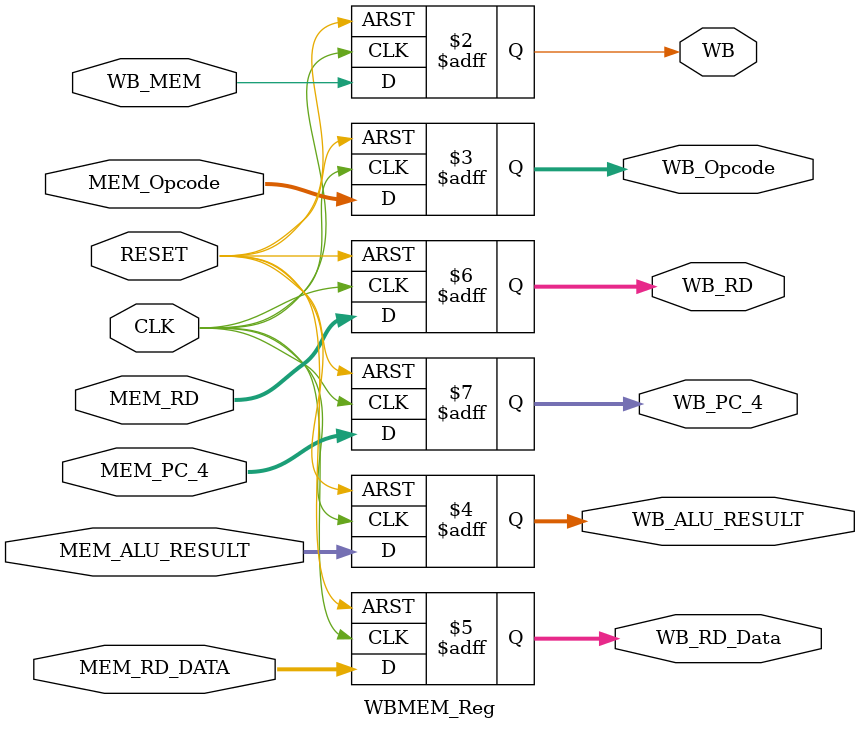
<source format=v>
module WBMEM_Reg (
    input CLK,
    input RESET,
    input WB_MEM,
    input [5:0] MEM_Opcode,
    input signed [31:0] MEM_ALU_RESULT,
    input signed [31:0] MEM_RD_DATA,
    input [4:0] MEM_RD,
    input [31:0] MEM_PC_4,
    output reg WB,
    output reg [5:0] WB_Opcode,
    output reg signed [31:0] WB_ALU_RESULT,
    output reg signed [31:0] WB_RD_Data,
    output reg [4:0] WB_RD,
    output reg [31:0] WB_PC_4
);

always @(posedge CLK or posedge RESET) begin
    if (RESET) begin
        // Reset all registers
        WB <= 1'b0;
        WB_Opcode <= 6'b0;
        WB_ALU_RESULT <= 32'sd0;
        WB_RD_Data <= 32'sd0;
        WB_RD <= 5'b0;
        WB_PC_4 <= 32'd0;
    end else begin
        // Transfer values from input to output registers
        WB <= WB_MEM;
        WB_Opcode <= MEM_Opcode;
        WB_ALU_RESULT <= MEM_ALU_RESULT;
        WB_RD_Data <= MEM_RD_DATA;
        WB_RD <= MEM_RD;
        WB_PC_4 <= MEM_PC_4;
    end
end

endmodule
</source>
